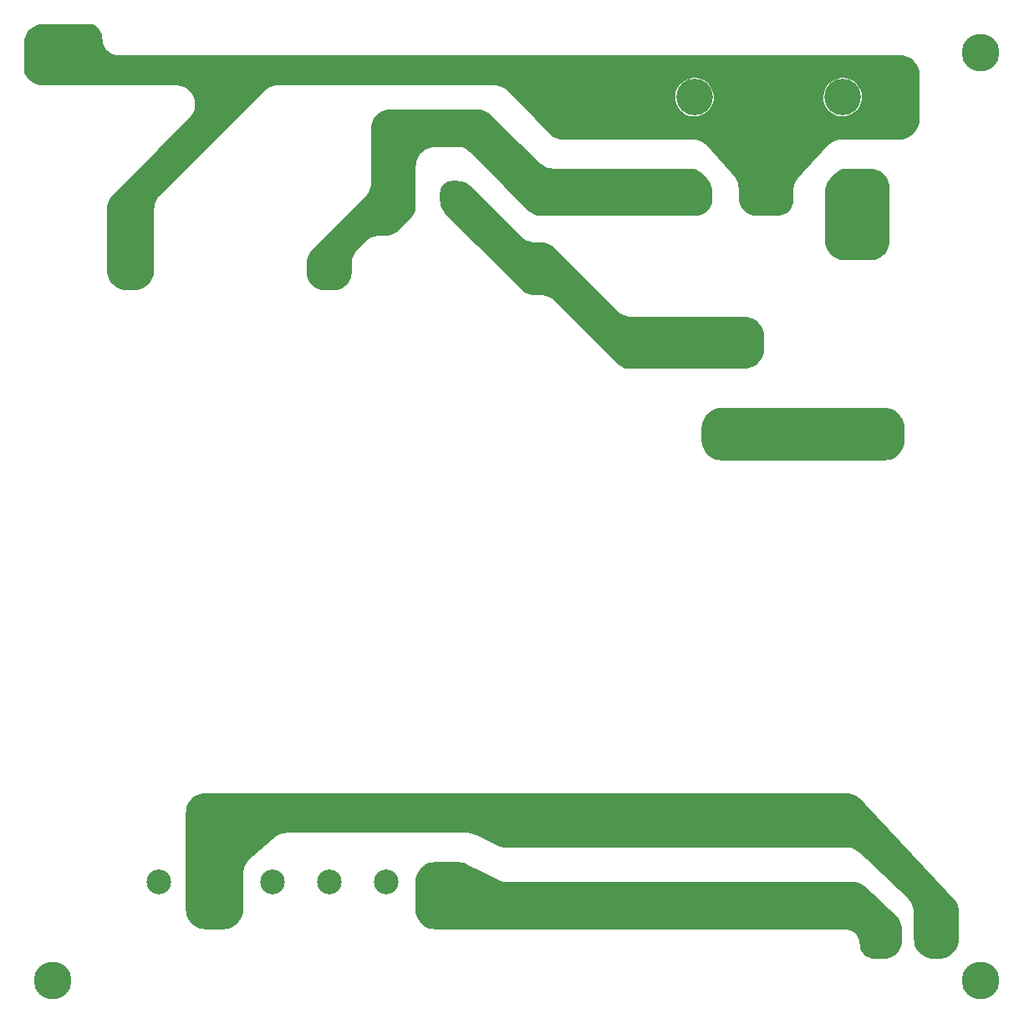
<source format=gbr>
%TF.GenerationSoftware,KiCad,Pcbnew,(5.99.0-2671-gfc0a358ba)*%
%TF.CreationDate,2020-09-06T03:18:24+05:30*%
%TF.ProjectId,Power_Supply,506f7765-725f-4537-9570-706c792e6b69,rev?*%
%TF.SameCoordinates,Original*%
%TF.FileFunction,Copper,L2,Bot*%
%TF.FilePolarity,Positive*%
%FSLAX46Y46*%
G04 Gerber Fmt 4.6, Leading zero omitted, Abs format (unit mm)*
G04 Created by KiCad (PCBNEW (5.99.0-2671-gfc0a358ba)) date 2020-09-06 03:18:24*
%MOMM*%
%LPD*%
G01*
G04 APERTURE LIST*
%TA.AperFunction,ComponentPad*%
%ADD10C,3.800000*%
%TD*%
%TA.AperFunction,ComponentPad*%
%ADD11R,3.000000X3.000000*%
%TD*%
%TA.AperFunction,ComponentPad*%
%ADD12C,3.000000*%
%TD*%
%TA.AperFunction,WasherPad*%
%ADD13C,3.700000*%
%TD*%
%TA.AperFunction,ComponentPad*%
%ADD14C,3.500000*%
%TD*%
%TA.AperFunction,ComponentPad*%
%ADD15O,1.700000X3.900000*%
%TD*%
%TA.AperFunction,ComponentPad*%
%ADD16C,1.800000*%
%TD*%
%TA.AperFunction,ComponentPad*%
%ADD17O,6.000000X1.524000*%
%TD*%
%TA.AperFunction,ComponentPad*%
%ADD18C,2.500000*%
%TD*%
%TA.AperFunction,ViaPad*%
%ADD19C,0.700000*%
%TD*%
%TA.AperFunction,Conductor*%
%ADD20C,0.127000*%
%TD*%
G04 APERTURE END LIST*
D10*
%TO.P,H1,1*%
%TO.N,N/C*%
X109000000Y-109000000D03*
%TD*%
D11*
%TO.P,J2,1,Pin_1*%
%TO.N,Net-(C1-Pad1)*%
X99000000Y-104000000D03*
D12*
%TO.P,J2,2,Pin_2*%
%TO.N,GND*%
X104000000Y-104000000D03*
%TD*%
D13*
%TO.P,J1,*%
%TO.N,*%
X95000000Y-19500000D03*
X80000000Y-19500000D03*
D14*
%TO.P,J1,1,Pin_1*%
%TO.N,Net-(J1-Pad1)*%
X96500000Y-29000000D03*
%TO.P,J1,2,Pin_2*%
%TO.N,Net-(J1-Pad2)*%
X78500000Y-29000000D03*
%TO.P,J1,3,Pin_3*%
%TO.N,Earth*%
X87500000Y-29000000D03*
D15*
X101150000Y-20500000D03*
X73850000Y-20500000D03*
%TD*%
D16*
%TO.P,RV1,1*%
%TO.N,Net-(F1-Pad2)*%
X57000000Y-30750000D03*
%TO.P,RV1,2*%
%TO.N,Net-(J1-Pad2)*%
X49500000Y-29350000D03*
%TD*%
D10*
%TO.P,H3,1*%
%TO.N,N/C*%
X109000000Y-15000000D03*
%TD*%
D17*
%TO.P,SW1,1,1*%
%TO.N,Net-(J1-Pad1)*%
X96500000Y-34000000D03*
%TO.P,SW1,2,2*%
%TO.N,Net-(F1-Pad1)*%
X96500000Y-54000000D03*
%TD*%
D18*
%TO.P,U1,1,L*%
%TO.N,Net-(F1-Pad2)*%
X63000000Y-37000000D03*
%TO.P,U1,2,N*%
%TO.N,Net-(J1-Pad2)*%
X43000000Y-37000000D03*
%TO.P,U1,3,FG*%
%TO.N,Earth*%
X23000000Y-37000000D03*
%TO.P,U1,4,NP*%
%TO.N,N/C*%
X25750000Y-99000000D03*
%TO.P,U1,5,Vo-*%
%TO.N,GND*%
X31500000Y-99000000D03*
%TO.P,U1,6,NP*%
%TO.N,N/C*%
X37250000Y-99000000D03*
%TO.P,U1,7,NP*%
X43000000Y-99000000D03*
%TO.P,U1,8,NP*%
X48750000Y-99000000D03*
%TO.P,U1,9,Vo+*%
%TO.N,Net-(C1-Pad1)*%
X54500000Y-99000000D03*
%TD*%
D10*
%TO.P,H4,1*%
%TO.N,N/C*%
X15000000Y-109000000D03*
%TD*%
%TO.P,H2,1,1*%
%TO.N,Earth*%
X15000000Y-15000000D03*
%TD*%
D19*
%TO.N,Net-(C1-Pad1)*%
X67500000Y-99500000D03*
X69000000Y-101000000D03*
X89000000Y-102500000D03*
X83000000Y-101000000D03*
X92000000Y-99500000D03*
X63000000Y-101000000D03*
X66000000Y-102500000D03*
X58500000Y-99500000D03*
X69000000Y-102500000D03*
X87500000Y-101000000D03*
X70500000Y-101000000D03*
X78500000Y-102500000D03*
X93500000Y-101000000D03*
X98000000Y-100500000D03*
X78500000Y-101000000D03*
X75500000Y-102500000D03*
X80000000Y-101000000D03*
X61500000Y-99500000D03*
X67500000Y-102500000D03*
X60000000Y-102500000D03*
X81500000Y-102500000D03*
X93500000Y-102500000D03*
X57000000Y-99500000D03*
X95000000Y-102500000D03*
X70500000Y-99500000D03*
X86000000Y-99500000D03*
X69000000Y-99500000D03*
X86000000Y-101000000D03*
X64500000Y-99500000D03*
X96500000Y-99500000D03*
X89000000Y-99500000D03*
X92000000Y-101000000D03*
X86000000Y-102500000D03*
X64500000Y-101000000D03*
X57000000Y-102500000D03*
X63000000Y-102500000D03*
X84500000Y-101000000D03*
X90500000Y-102500000D03*
X95000000Y-99500000D03*
X81500000Y-99500000D03*
X67500000Y-101000000D03*
X89000000Y-101000000D03*
X54000000Y-102500000D03*
X96500000Y-101000000D03*
X83000000Y-102500000D03*
X60000000Y-99500000D03*
X75500000Y-101000000D03*
X80000000Y-99500000D03*
X63000000Y-99500000D03*
X54000000Y-101000000D03*
X80000000Y-102500000D03*
X84500000Y-102500000D03*
X78500000Y-99500000D03*
X55500000Y-101000000D03*
X75500000Y-99500000D03*
X61500000Y-102500000D03*
X81500000Y-101000000D03*
X55500000Y-102500000D03*
X58500000Y-101000000D03*
X77000000Y-101000000D03*
X87500000Y-102500000D03*
X66000000Y-101000000D03*
X60000000Y-101000000D03*
X93500000Y-99500000D03*
X92000000Y-102500000D03*
X77000000Y-102500000D03*
X87500000Y-99500000D03*
X64500000Y-102500000D03*
X95000000Y-101000000D03*
X98000000Y-102000000D03*
X90500000Y-101000000D03*
X96500000Y-102500000D03*
X58500000Y-102500000D03*
X61500000Y-101000000D03*
X77000000Y-99500000D03*
X66000000Y-99500000D03*
X57000000Y-101000000D03*
%TO.N,GND*%
X104000000Y-100500000D03*
X77000000Y-95000000D03*
X55500000Y-90500000D03*
X63000000Y-92000000D03*
X52500000Y-90500000D03*
X102500000Y-97500000D03*
X102500000Y-99000000D03*
X66000000Y-93500000D03*
X40500000Y-90500000D03*
X55500000Y-92000000D03*
X31500000Y-95000000D03*
X78500000Y-93500000D03*
X63000000Y-93500000D03*
X54000000Y-92000000D03*
X36000000Y-95000000D03*
X31500000Y-92000000D03*
X40500000Y-93500000D03*
X84500000Y-93500000D03*
X42000000Y-90500000D03*
X80000000Y-93500000D03*
X93500000Y-92000000D03*
X86000000Y-95000000D03*
X52500000Y-93500000D03*
X61500000Y-93500000D03*
X31500000Y-90500000D03*
X40500000Y-92000000D03*
X93500000Y-90500000D03*
X39000000Y-90500000D03*
X81500000Y-90500000D03*
X83000000Y-90500000D03*
X90500000Y-90500000D03*
X54000000Y-93500000D03*
X34500000Y-93500000D03*
X99500000Y-96000000D03*
X45000000Y-90500000D03*
X60000000Y-90500000D03*
X34500000Y-96500000D03*
X51000000Y-90500000D03*
X78500000Y-90500000D03*
X95000000Y-90500000D03*
X83000000Y-93500000D03*
X34500000Y-92000000D03*
X57000000Y-93500000D03*
X60000000Y-93500000D03*
X37500000Y-90500000D03*
X87500000Y-90500000D03*
X80000000Y-90500000D03*
X75500000Y-90500000D03*
X30000000Y-90500000D03*
X58500000Y-92000000D03*
X49500000Y-93500000D03*
X30000000Y-102500000D03*
X31500000Y-96500000D03*
X39000000Y-92000000D03*
X45000000Y-93500000D03*
X30000000Y-92000000D03*
X36000000Y-92000000D03*
X86000000Y-90500000D03*
X104000000Y-99000000D03*
X57000000Y-92000000D03*
X61500000Y-90500000D03*
X96500000Y-92000000D03*
X67500000Y-90500000D03*
X75500000Y-92000000D03*
X92000000Y-92000000D03*
X64500000Y-90500000D03*
X30000000Y-96500000D03*
X54000000Y-90500000D03*
X77000000Y-92000000D03*
X66000000Y-90500000D03*
X99500000Y-94500000D03*
X89000000Y-95000000D03*
X77000000Y-90500000D03*
X33000000Y-101000000D03*
X92000000Y-93500000D03*
X95000000Y-93500000D03*
X98000000Y-96000000D03*
X63000000Y-90500000D03*
X45000000Y-92000000D03*
X99500000Y-97500000D03*
X69000000Y-90500000D03*
X49500000Y-90500000D03*
X58500000Y-90500000D03*
X84500000Y-90500000D03*
X55500000Y-93500000D03*
X83000000Y-92000000D03*
X48000000Y-92000000D03*
X33000000Y-96500000D03*
X60000000Y-92000000D03*
X69000000Y-93500000D03*
X42000000Y-92000000D03*
X86000000Y-92000000D03*
X33000000Y-93500000D03*
X87500000Y-92000000D03*
X74000000Y-90500000D03*
X31500000Y-93500000D03*
X64500000Y-93500000D03*
X58500000Y-93500000D03*
X67500000Y-92000000D03*
X105500000Y-102000000D03*
X70500000Y-92000000D03*
X89000000Y-93500000D03*
X90500000Y-92000000D03*
X30000000Y-99500000D03*
X61500000Y-95000000D03*
X78500000Y-95000000D03*
X46500000Y-90500000D03*
X51000000Y-92000000D03*
X70500000Y-90500000D03*
X96500000Y-95000000D03*
X30000000Y-98000000D03*
X66000000Y-92000000D03*
X75500000Y-95000000D03*
X31500000Y-101000000D03*
X52500000Y-92000000D03*
X102500000Y-100500000D03*
X34500000Y-95000000D03*
X33000000Y-92000000D03*
X87500000Y-93500000D03*
X51000000Y-93500000D03*
X86000000Y-93500000D03*
X95000000Y-95000000D03*
X87500000Y-95000000D03*
X98000000Y-93000000D03*
X36000000Y-90500000D03*
X36000000Y-93500000D03*
X64500000Y-92000000D03*
X33000000Y-99500000D03*
X81500000Y-95000000D03*
X67500000Y-93500000D03*
X81500000Y-93500000D03*
X30000000Y-95000000D03*
X77000000Y-93500000D03*
X93500000Y-95000000D03*
X49500000Y-92000000D03*
X67500000Y-95000000D03*
X105500000Y-100500000D03*
X101000000Y-97500000D03*
X69000000Y-95000000D03*
X72000000Y-90500000D03*
X64500000Y-95000000D03*
X104000000Y-102000000D03*
X48000000Y-93500000D03*
X42000000Y-93500000D03*
X31500000Y-102500000D03*
X34500000Y-90500000D03*
X33000000Y-90500000D03*
X37500000Y-93500000D03*
X98000000Y-94500000D03*
X69000000Y-92000000D03*
X48000000Y-90500000D03*
X89000000Y-90500000D03*
X92000000Y-95000000D03*
X57000000Y-90500000D03*
X81500000Y-92000000D03*
X95000000Y-92000000D03*
X70500000Y-95000000D03*
X70500000Y-93500000D03*
X43500000Y-93500000D03*
X89000000Y-92000000D03*
X30000000Y-93500000D03*
X93500000Y-93500000D03*
X101000000Y-99000000D03*
X80000000Y-92000000D03*
X46500000Y-92000000D03*
X33000000Y-95000000D03*
X46500000Y-93500000D03*
X39000000Y-93500000D03*
X78500000Y-92000000D03*
X63000000Y-95000000D03*
X66000000Y-95000000D03*
X96500000Y-93500000D03*
X37500000Y-92000000D03*
X43500000Y-92000000D03*
X84500000Y-92000000D03*
X30000000Y-101000000D03*
X92000000Y-90500000D03*
X75500000Y-93500000D03*
X43500000Y-90500000D03*
X33000000Y-98000000D03*
X61500000Y-92000000D03*
X80000000Y-95000000D03*
X90500000Y-93500000D03*
X33000000Y-102500000D03*
X101000000Y-96000000D03*
%TD*%
%TO.N,Earth*%
D20*
X19084272Y-12232973D02*
X19293304Y-12361069D01*
X19479719Y-12520281D01*
X19638931Y-12706696D01*
X19767027Y-12915728D01*
X19860842Y-13142219D01*
X19918073Y-13380602D01*
X19957891Y-13886558D01*
X19958660Y-13891409D01*
X20019333Y-14144131D01*
X20020851Y-14148802D01*
X20120311Y-14388921D01*
X20122541Y-14393297D01*
X20258340Y-14614901D01*
X20261227Y-14618874D01*
X20430020Y-14816507D01*
X20433493Y-14819980D01*
X20631126Y-14988773D01*
X20635099Y-14991660D01*
X20856703Y-15127459D01*
X20861079Y-15129689D01*
X21101198Y-15229149D01*
X21105869Y-15230667D01*
X21358591Y-15291340D01*
X21363442Y-15292109D01*
X21621320Y-15312404D01*
X21623773Y-15312500D01*
X100747764Y-15312500D01*
X101025713Y-15332379D01*
X101295814Y-15391136D01*
X101554799Y-15487733D01*
X101797404Y-15620205D01*
X102018690Y-15785858D01*
X102214142Y-15981310D01*
X102379795Y-16202596D01*
X102512267Y-16445201D01*
X102608864Y-16704186D01*
X102667621Y-16974287D01*
X102687500Y-17252236D01*
X102687500Y-21747764D01*
X102667621Y-22025713D01*
X102608864Y-22295814D01*
X102512267Y-22554799D01*
X102379795Y-22797404D01*
X102214142Y-23018690D01*
X102018690Y-23214142D01*
X101797404Y-23379795D01*
X101554799Y-23512267D01*
X101295814Y-23608864D01*
X101025713Y-23667621D01*
X100747764Y-23687500D01*
X94897033Y-23687500D01*
X94894835Y-23687577D01*
X94611088Y-23707571D01*
X94606733Y-23708188D01*
X94327517Y-23768003D01*
X94323292Y-23769225D01*
X94055223Y-23867604D01*
X94051210Y-23869406D01*
X93799585Y-24004403D01*
X93795865Y-24006750D01*
X93565657Y-24175699D01*
X93562303Y-24178545D01*
X93358848Y-24377337D01*
X93357330Y-24378928D01*
X90457714Y-27640997D01*
X90456267Y-27642748D01*
X90277530Y-27875935D01*
X90275035Y-27879732D01*
X90131397Y-28137338D01*
X90129478Y-28141456D01*
X90024661Y-28417147D01*
X90023358Y-28421500D01*
X89959571Y-28709465D01*
X89958913Y-28713961D01*
X89937582Y-29006994D01*
X89937500Y-29009264D01*
X89937500Y-29872548D01*
X89918073Y-30119398D01*
X89860842Y-30357781D01*
X89767027Y-30584272D01*
X89638931Y-30793304D01*
X89479719Y-30979719D01*
X89293304Y-31138931D01*
X89084272Y-31267027D01*
X88857781Y-31360842D01*
X88619398Y-31418073D01*
X88372548Y-31437500D01*
X86252452Y-31437500D01*
X85986048Y-31416534D01*
X85728593Y-31354724D01*
X85483980Y-31253402D01*
X85258223Y-31115058D01*
X85056893Y-30943107D01*
X84884942Y-30741777D01*
X84746598Y-30516020D01*
X84645276Y-30271407D01*
X84583466Y-30013952D01*
X84562500Y-29747548D01*
X84562500Y-28755079D01*
X84562418Y-28752821D01*
X84541301Y-28461255D01*
X84540650Y-28456781D01*
X84477498Y-28170197D01*
X84476209Y-28165864D01*
X84372422Y-27891370D01*
X84370522Y-27887268D01*
X84228265Y-27630593D01*
X84225794Y-27626807D01*
X84048721Y-27394209D01*
X84047288Y-27392462D01*
X81393272Y-24384578D01*
X81391754Y-24382975D01*
X81188089Y-24182636D01*
X81184729Y-24179768D01*
X80953991Y-24009452D01*
X80950260Y-24007086D01*
X80697836Y-23870964D01*
X80693810Y-23869147D01*
X80424730Y-23769931D01*
X80420488Y-23768699D01*
X80140118Y-23708367D01*
X80135744Y-23707745D01*
X79850774Y-23687578D01*
X79848567Y-23687500D01*
X66718997Y-23687500D01*
X66460373Y-23670300D01*
X66208329Y-23619412D01*
X65965256Y-23535599D01*
X65735415Y-23420332D01*
X65522869Y-23275647D01*
X65329796Y-23102695D01*
X61885268Y-19578061D01*
X77956939Y-19578061D01*
X77957113Y-19582477D01*
X77988321Y-19865152D01*
X77989115Y-19869500D01*
X78059840Y-20144957D01*
X78061239Y-20149149D01*
X78170071Y-20411893D01*
X78172047Y-20415847D01*
X78316813Y-20660635D01*
X78319326Y-20664271D01*
X78497141Y-20886219D01*
X78500141Y-20889465D01*
X78707454Y-21084144D01*
X78710881Y-21086935D01*
X78943557Y-21250462D01*
X78947344Y-21252742D01*
X79200739Y-21381853D01*
X79204808Y-21383577D01*
X79473868Y-21475696D01*
X79478140Y-21476829D01*
X79757494Y-21530118D01*
X79761883Y-21530638D01*
X80045960Y-21544035D01*
X80050379Y-21543931D01*
X80333509Y-21517167D01*
X80337869Y-21516441D01*
X80614402Y-21450051D01*
X80618616Y-21448719D01*
X80883037Y-21344027D01*
X80887022Y-21342113D01*
X81134054Y-21201209D01*
X81137729Y-21198753D01*
X81362443Y-21024447D01*
X81365735Y-21021499D01*
X81563647Y-20817270D01*
X81566491Y-20813886D01*
X81733652Y-20583808D01*
X81735991Y-20580058D01*
X81869066Y-20328722D01*
X81870853Y-20324679D01*
X81967188Y-20057101D01*
X81968387Y-20052847D01*
X82026158Y-19773882D01*
X82026793Y-19768516D01*
X82032778Y-19578061D01*
X92956939Y-19578061D01*
X92957113Y-19582477D01*
X92988321Y-19865152D01*
X92989115Y-19869500D01*
X93059840Y-20144957D01*
X93061239Y-20149149D01*
X93170071Y-20411893D01*
X93172047Y-20415847D01*
X93316813Y-20660635D01*
X93319326Y-20664271D01*
X93497141Y-20886219D01*
X93500141Y-20889465D01*
X93707454Y-21084144D01*
X93710881Y-21086935D01*
X93943557Y-21250462D01*
X93947344Y-21252742D01*
X94200739Y-21381853D01*
X94204808Y-21383577D01*
X94473868Y-21475696D01*
X94478140Y-21476829D01*
X94757494Y-21530118D01*
X94761883Y-21530638D01*
X95045960Y-21544035D01*
X95050379Y-21543931D01*
X95333509Y-21517167D01*
X95337869Y-21516441D01*
X95614402Y-21450051D01*
X95618616Y-21448719D01*
X95883037Y-21344027D01*
X95887022Y-21342113D01*
X96134054Y-21201209D01*
X96137729Y-21198753D01*
X96362443Y-21024447D01*
X96365735Y-21021499D01*
X96563647Y-20817270D01*
X96566491Y-20813886D01*
X96733652Y-20583808D01*
X96735991Y-20580058D01*
X96869066Y-20328722D01*
X96870853Y-20324679D01*
X96967188Y-20057101D01*
X96968387Y-20052847D01*
X97026158Y-19773882D01*
X97026793Y-19768516D01*
X97039654Y-19359277D01*
X97039357Y-19353882D01*
X96999217Y-19071840D01*
X96998287Y-19067519D01*
X96918944Y-18794420D01*
X96917414Y-18790273D01*
X96800382Y-18531077D01*
X96798284Y-18527188D01*
X96645899Y-18287067D01*
X96643274Y-18283512D01*
X96458575Y-18067259D01*
X96455475Y-18064109D01*
X96242149Y-17876038D01*
X96238636Y-17873356D01*
X96000939Y-17717218D01*
X95997083Y-17715058D01*
X95739757Y-17593970D01*
X95735635Y-17592376D01*
X95463814Y-17508753D01*
X95459509Y-17507755D01*
X95178619Y-17463266D01*
X95174215Y-17462884D01*
X94889858Y-17458418D01*
X94885445Y-17458661D01*
X94603295Y-17494305D01*
X94598960Y-17495167D01*
X94324648Y-17570210D01*
X94320478Y-17571675D01*
X94059476Y-17684620D01*
X94055554Y-17686657D01*
X93813070Y-17835252D01*
X93809474Y-17837821D01*
X93590346Y-18019101D01*
X93587148Y-18022151D01*
X93395749Y-18232496D01*
X93393013Y-18235967D01*
X93233160Y-18471183D01*
X93230940Y-18475004D01*
X93105825Y-18730396D01*
X93104166Y-18734493D01*
X93016284Y-19004965D01*
X93015219Y-19009254D01*
X92966323Y-19289412D01*
X92965872Y-19293809D01*
X92956939Y-19578061D01*
X82032778Y-19578061D01*
X82039654Y-19359277D01*
X82039357Y-19353882D01*
X81999217Y-19071840D01*
X81998287Y-19067519D01*
X81918944Y-18794420D01*
X81917414Y-18790273D01*
X81800382Y-18531077D01*
X81798284Y-18527188D01*
X81645899Y-18287067D01*
X81643274Y-18283512D01*
X81458575Y-18067259D01*
X81455475Y-18064109D01*
X81242149Y-17876038D01*
X81238636Y-17873356D01*
X81000939Y-17717218D01*
X80997083Y-17715058D01*
X80739757Y-17593970D01*
X80735635Y-17592376D01*
X80463814Y-17508753D01*
X80459509Y-17507755D01*
X80178619Y-17463266D01*
X80174215Y-17462884D01*
X79889858Y-17458418D01*
X79885445Y-17458661D01*
X79603295Y-17494305D01*
X79598960Y-17495167D01*
X79324648Y-17570210D01*
X79320478Y-17571675D01*
X79059476Y-17684620D01*
X79055554Y-17686657D01*
X78813070Y-17835252D01*
X78809474Y-17837821D01*
X78590346Y-18019101D01*
X78587148Y-18022151D01*
X78395749Y-18232496D01*
X78393013Y-18235967D01*
X78233160Y-18471183D01*
X78230940Y-18475004D01*
X78105825Y-18730396D01*
X78104166Y-18734493D01*
X78016284Y-19004965D01*
X78015219Y-19009254D01*
X77966323Y-19289412D01*
X77965872Y-19293809D01*
X77956939Y-19578061D01*
X61885268Y-19578061D01*
X61132423Y-18807709D01*
X61130924Y-18806273D01*
X60930895Y-18627090D01*
X60927625Y-18624531D01*
X60704771Y-18472828D01*
X60701191Y-18470725D01*
X60460210Y-18349871D01*
X60456384Y-18348260D01*
X60201522Y-18260383D01*
X60197515Y-18259293D01*
X59933259Y-18205939D01*
X59929144Y-18205390D01*
X59661187Y-18187569D01*
X59659113Y-18187500D01*
X37827404Y-18187500D01*
X37825360Y-18187567D01*
X37561246Y-18204878D01*
X37557189Y-18205412D01*
X37296589Y-18257248D01*
X37292636Y-18258307D01*
X37041033Y-18343716D01*
X37037252Y-18345282D01*
X36798949Y-18462799D01*
X36795405Y-18464845D01*
X36574480Y-18612463D01*
X36571233Y-18614954D01*
X36372236Y-18789470D01*
X36370743Y-18790869D01*
X25790869Y-29370743D01*
X25789470Y-29372236D01*
X25614954Y-29571233D01*
X25612463Y-29574480D01*
X25464845Y-29795405D01*
X25462799Y-29798949D01*
X25345282Y-30037252D01*
X25343716Y-30041033D01*
X25258307Y-30292636D01*
X25257248Y-30296589D01*
X25205412Y-30557189D01*
X25204878Y-30561246D01*
X25187567Y-30825360D01*
X25187500Y-30827404D01*
X25187500Y-36997764D01*
X25167621Y-37275713D01*
X25108864Y-37545814D01*
X25012267Y-37804799D01*
X24879795Y-38047404D01*
X24714142Y-38268690D01*
X24518690Y-38464142D01*
X24297404Y-38629795D01*
X24054799Y-38762267D01*
X23795814Y-38858864D01*
X23525713Y-38917621D01*
X23247764Y-38937500D01*
X22502236Y-38937500D01*
X22224287Y-38917621D01*
X21954186Y-38858864D01*
X21695201Y-38762267D01*
X21452596Y-38629795D01*
X21231310Y-38464142D01*
X21035858Y-38268690D01*
X20870205Y-38047404D01*
X20737733Y-37804799D01*
X20641136Y-37545814D01*
X20582379Y-37275713D01*
X20562500Y-36997764D01*
X20562500Y-30830471D01*
X20579208Y-30575551D01*
X20628648Y-30327000D01*
X20710106Y-30087033D01*
X20822193Y-29859742D01*
X20962984Y-29649033D01*
X21131429Y-29456959D01*
X28880746Y-21707642D01*
X28882223Y-21706059D01*
X29066177Y-21494663D01*
X29068789Y-21491205D01*
X29222365Y-21255515D01*
X29224474Y-21251729D01*
X29344014Y-20997081D01*
X29345579Y-20993040D01*
X29428793Y-20724319D01*
X29429785Y-20720101D01*
X29475074Y-20442461D01*
X29475474Y-20438147D01*
X29481972Y-20156911D01*
X29481772Y-20152582D01*
X29449353Y-19873146D01*
X29448557Y-19868887D01*
X29377843Y-19596609D01*
X29376466Y-19592501D01*
X29268812Y-19332604D01*
X29266881Y-19328725D01*
X29124355Y-19086193D01*
X29121906Y-19082619D01*
X28947239Y-18862104D01*
X28944319Y-18858902D01*
X28740861Y-18664633D01*
X28737527Y-18661865D01*
X28509181Y-18497568D01*
X28505497Y-18495287D01*
X28256642Y-18364113D01*
X28252678Y-18362362D01*
X27988087Y-18266828D01*
X27983919Y-18265642D01*
X27708667Y-18207578D01*
X27704375Y-18206979D01*
X27424820Y-18187575D01*
X27422656Y-18187500D01*
X14002236Y-18187500D01*
X13724287Y-18167621D01*
X13454186Y-18108864D01*
X13195201Y-18012267D01*
X12952596Y-17879795D01*
X12731310Y-17714142D01*
X12535858Y-17518690D01*
X12370205Y-17297404D01*
X12237731Y-17054797D01*
X12189500Y-16925483D01*
X12189500Y-14039156D01*
X12193576Y-14020463D01*
X12194216Y-14016007D01*
X12213353Y-13745726D01*
X12267007Y-13496516D01*
X12355236Y-13257361D01*
X12476282Y-13033020D01*
X12627734Y-12827973D01*
X12806563Y-12646312D01*
X13009207Y-12491659D01*
X13231614Y-12367106D01*
X13469357Y-12275130D01*
X13717697Y-12217567D01*
X13977769Y-12195043D01*
X14005998Y-12194821D01*
X14014830Y-12193481D01*
X14028015Y-12189500D01*
X18979318Y-12189500D01*
X19084272Y-12232973D01*
%TA.AperFunction,Conductor*%
G36*
X19084272Y-12232973D02*
G01*
X19293304Y-12361069D01*
X19479719Y-12520281D01*
X19638931Y-12706696D01*
X19767027Y-12915728D01*
X19860842Y-13142219D01*
X19918073Y-13380602D01*
X19957891Y-13886558D01*
X19958660Y-13891409D01*
X20019333Y-14144131D01*
X20020851Y-14148802D01*
X20120311Y-14388921D01*
X20122541Y-14393297D01*
X20258340Y-14614901D01*
X20261227Y-14618874D01*
X20430020Y-14816507D01*
X20433493Y-14819980D01*
X20631126Y-14988773D01*
X20635099Y-14991660D01*
X20856703Y-15127459D01*
X20861079Y-15129689D01*
X21101198Y-15229149D01*
X21105869Y-15230667D01*
X21358591Y-15291340D01*
X21363442Y-15292109D01*
X21621320Y-15312404D01*
X21623773Y-15312500D01*
X100747764Y-15312500D01*
X101025713Y-15332379D01*
X101295814Y-15391136D01*
X101554799Y-15487733D01*
X101797404Y-15620205D01*
X102018690Y-15785858D01*
X102214142Y-15981310D01*
X102379795Y-16202596D01*
X102512267Y-16445201D01*
X102608864Y-16704186D01*
X102667621Y-16974287D01*
X102687500Y-17252236D01*
X102687500Y-21747764D01*
X102667621Y-22025713D01*
X102608864Y-22295814D01*
X102512267Y-22554799D01*
X102379795Y-22797404D01*
X102214142Y-23018690D01*
X102018690Y-23214142D01*
X101797404Y-23379795D01*
X101554799Y-23512267D01*
X101295814Y-23608864D01*
X101025713Y-23667621D01*
X100747764Y-23687500D01*
X94897033Y-23687500D01*
X94894835Y-23687577D01*
X94611088Y-23707571D01*
X94606733Y-23708188D01*
X94327517Y-23768003D01*
X94323292Y-23769225D01*
X94055223Y-23867604D01*
X94051210Y-23869406D01*
X93799585Y-24004403D01*
X93795865Y-24006750D01*
X93565657Y-24175699D01*
X93562303Y-24178545D01*
X93358848Y-24377337D01*
X93357330Y-24378928D01*
X90457714Y-27640997D01*
X90456267Y-27642748D01*
X90277530Y-27875935D01*
X90275035Y-27879732D01*
X90131397Y-28137338D01*
X90129478Y-28141456D01*
X90024661Y-28417147D01*
X90023358Y-28421500D01*
X89959571Y-28709465D01*
X89958913Y-28713961D01*
X89937582Y-29006994D01*
X89937500Y-29009264D01*
X89937500Y-29872548D01*
X89918073Y-30119398D01*
X89860842Y-30357781D01*
X89767027Y-30584272D01*
X89638931Y-30793304D01*
X89479719Y-30979719D01*
X89293304Y-31138931D01*
X89084272Y-31267027D01*
X88857781Y-31360842D01*
X88619398Y-31418073D01*
X88372548Y-31437500D01*
X86252452Y-31437500D01*
X85986048Y-31416534D01*
X85728593Y-31354724D01*
X85483980Y-31253402D01*
X85258223Y-31115058D01*
X85056893Y-30943107D01*
X84884942Y-30741777D01*
X84746598Y-30516020D01*
X84645276Y-30271407D01*
X84583466Y-30013952D01*
X84562500Y-29747548D01*
X84562500Y-28755079D01*
X84562418Y-28752821D01*
X84541301Y-28461255D01*
X84540650Y-28456781D01*
X84477498Y-28170197D01*
X84476209Y-28165864D01*
X84372422Y-27891370D01*
X84370522Y-27887268D01*
X84228265Y-27630593D01*
X84225794Y-27626807D01*
X84048721Y-27394209D01*
X84047288Y-27392462D01*
X81393272Y-24384578D01*
X81391754Y-24382975D01*
X81188089Y-24182636D01*
X81184729Y-24179768D01*
X80953991Y-24009452D01*
X80950260Y-24007086D01*
X80697836Y-23870964D01*
X80693810Y-23869147D01*
X80424730Y-23769931D01*
X80420488Y-23768699D01*
X80140118Y-23708367D01*
X80135744Y-23707745D01*
X79850774Y-23687578D01*
X79848567Y-23687500D01*
X66718997Y-23687500D01*
X66460373Y-23670300D01*
X66208329Y-23619412D01*
X65965256Y-23535599D01*
X65735415Y-23420332D01*
X65522869Y-23275647D01*
X65329796Y-23102695D01*
X61885268Y-19578061D01*
X77956939Y-19578061D01*
X77957113Y-19582477D01*
X77988321Y-19865152D01*
X77989115Y-19869500D01*
X78059840Y-20144957D01*
X78061239Y-20149149D01*
X78170071Y-20411893D01*
X78172047Y-20415847D01*
X78316813Y-20660635D01*
X78319326Y-20664271D01*
X78497141Y-20886219D01*
X78500141Y-20889465D01*
X78707454Y-21084144D01*
X78710881Y-21086935D01*
X78943557Y-21250462D01*
X78947344Y-21252742D01*
X79200739Y-21381853D01*
X79204808Y-21383577D01*
X79473868Y-21475696D01*
X79478140Y-21476829D01*
X79757494Y-21530118D01*
X79761883Y-21530638D01*
X80045960Y-21544035D01*
X80050379Y-21543931D01*
X80333509Y-21517167D01*
X80337869Y-21516441D01*
X80614402Y-21450051D01*
X80618616Y-21448719D01*
X80883037Y-21344027D01*
X80887022Y-21342113D01*
X81134054Y-21201209D01*
X81137729Y-21198753D01*
X81362443Y-21024447D01*
X81365735Y-21021499D01*
X81563647Y-20817270D01*
X81566491Y-20813886D01*
X81733652Y-20583808D01*
X81735991Y-20580058D01*
X81869066Y-20328722D01*
X81870853Y-20324679D01*
X81967188Y-20057101D01*
X81968387Y-20052847D01*
X82026158Y-19773882D01*
X82026793Y-19768516D01*
X82032778Y-19578061D01*
X92956939Y-19578061D01*
X92957113Y-19582477D01*
X92988321Y-19865152D01*
X92989115Y-19869500D01*
X93059840Y-20144957D01*
X93061239Y-20149149D01*
X93170071Y-20411893D01*
X93172047Y-20415847D01*
X93316813Y-20660635D01*
X93319326Y-20664271D01*
X93497141Y-20886219D01*
X93500141Y-20889465D01*
X93707454Y-21084144D01*
X93710881Y-21086935D01*
X93943557Y-21250462D01*
X93947344Y-21252742D01*
X94200739Y-21381853D01*
X94204808Y-21383577D01*
X94473868Y-21475696D01*
X94478140Y-21476829D01*
X94757494Y-21530118D01*
X94761883Y-21530638D01*
X95045960Y-21544035D01*
X95050379Y-21543931D01*
X95333509Y-21517167D01*
X95337869Y-21516441D01*
X95614402Y-21450051D01*
X95618616Y-21448719D01*
X95883037Y-21344027D01*
X95887022Y-21342113D01*
X96134054Y-21201209D01*
X96137729Y-21198753D01*
X96362443Y-21024447D01*
X96365735Y-21021499D01*
X96563647Y-20817270D01*
X96566491Y-20813886D01*
X96733652Y-20583808D01*
X96735991Y-20580058D01*
X96869066Y-20328722D01*
X96870853Y-20324679D01*
X96967188Y-20057101D01*
X96968387Y-20052847D01*
X97026158Y-19773882D01*
X97026793Y-19768516D01*
X97039654Y-19359277D01*
X97039357Y-19353882D01*
X96999217Y-19071840D01*
X96998287Y-19067519D01*
X96918944Y-18794420D01*
X96917414Y-18790273D01*
X96800382Y-18531077D01*
X96798284Y-18527188D01*
X96645899Y-18287067D01*
X96643274Y-18283512D01*
X96458575Y-18067259D01*
X96455475Y-18064109D01*
X96242149Y-17876038D01*
X96238636Y-17873356D01*
X96000939Y-17717218D01*
X95997083Y-17715058D01*
X95739757Y-17593970D01*
X95735635Y-17592376D01*
X95463814Y-17508753D01*
X95459509Y-17507755D01*
X95178619Y-17463266D01*
X95174215Y-17462884D01*
X94889858Y-17458418D01*
X94885445Y-17458661D01*
X94603295Y-17494305D01*
X94598960Y-17495167D01*
X94324648Y-17570210D01*
X94320478Y-17571675D01*
X94059476Y-17684620D01*
X94055554Y-17686657D01*
X93813070Y-17835252D01*
X93809474Y-17837821D01*
X93590346Y-18019101D01*
X93587148Y-18022151D01*
X93395749Y-18232496D01*
X93393013Y-18235967D01*
X93233160Y-18471183D01*
X93230940Y-18475004D01*
X93105825Y-18730396D01*
X93104166Y-18734493D01*
X93016284Y-19004965D01*
X93015219Y-19009254D01*
X92966323Y-19289412D01*
X92965872Y-19293809D01*
X92956939Y-19578061D01*
X82032778Y-19578061D01*
X82039654Y-19359277D01*
X82039357Y-19353882D01*
X81999217Y-19071840D01*
X81998287Y-19067519D01*
X81918944Y-18794420D01*
X81917414Y-18790273D01*
X81800382Y-18531077D01*
X81798284Y-18527188D01*
X81645899Y-18287067D01*
X81643274Y-18283512D01*
X81458575Y-18067259D01*
X81455475Y-18064109D01*
X81242149Y-17876038D01*
X81238636Y-17873356D01*
X81000939Y-17717218D01*
X80997083Y-17715058D01*
X80739757Y-17593970D01*
X80735635Y-17592376D01*
X80463814Y-17508753D01*
X80459509Y-17507755D01*
X80178619Y-17463266D01*
X80174215Y-17462884D01*
X79889858Y-17458418D01*
X79885445Y-17458661D01*
X79603295Y-17494305D01*
X79598960Y-17495167D01*
X79324648Y-17570210D01*
X79320478Y-17571675D01*
X79059476Y-17684620D01*
X79055554Y-17686657D01*
X78813070Y-17835252D01*
X78809474Y-17837821D01*
X78590346Y-18019101D01*
X78587148Y-18022151D01*
X78395749Y-18232496D01*
X78393013Y-18235967D01*
X78233160Y-18471183D01*
X78230940Y-18475004D01*
X78105825Y-18730396D01*
X78104166Y-18734493D01*
X78016284Y-19004965D01*
X78015219Y-19009254D01*
X77966323Y-19289412D01*
X77965872Y-19293809D01*
X77956939Y-19578061D01*
X61885268Y-19578061D01*
X61132423Y-18807709D01*
X61130924Y-18806273D01*
X60930895Y-18627090D01*
X60927625Y-18624531D01*
X60704771Y-18472828D01*
X60701191Y-18470725D01*
X60460210Y-18349871D01*
X60456384Y-18348260D01*
X60201522Y-18260383D01*
X60197515Y-18259293D01*
X59933259Y-18205939D01*
X59929144Y-18205390D01*
X59661187Y-18187569D01*
X59659113Y-18187500D01*
X37827404Y-18187500D01*
X37825360Y-18187567D01*
X37561246Y-18204878D01*
X37557189Y-18205412D01*
X37296589Y-18257248D01*
X37292636Y-18258307D01*
X37041033Y-18343716D01*
X37037252Y-18345282D01*
X36798949Y-18462799D01*
X36795405Y-18464845D01*
X36574480Y-18612463D01*
X36571233Y-18614954D01*
X36372236Y-18789470D01*
X36370743Y-18790869D01*
X25790869Y-29370743D01*
X25789470Y-29372236D01*
X25614954Y-29571233D01*
X25612463Y-29574480D01*
X25464845Y-29795405D01*
X25462799Y-29798949D01*
X25345282Y-30037252D01*
X25343716Y-30041033D01*
X25258307Y-30292636D01*
X25257248Y-30296589D01*
X25205412Y-30557189D01*
X25204878Y-30561246D01*
X25187567Y-30825360D01*
X25187500Y-30827404D01*
X25187500Y-36997764D01*
X25167621Y-37275713D01*
X25108864Y-37545814D01*
X25012267Y-37804799D01*
X24879795Y-38047404D01*
X24714142Y-38268690D01*
X24518690Y-38464142D01*
X24297404Y-38629795D01*
X24054799Y-38762267D01*
X23795814Y-38858864D01*
X23525713Y-38917621D01*
X23247764Y-38937500D01*
X22502236Y-38937500D01*
X22224287Y-38917621D01*
X21954186Y-38858864D01*
X21695201Y-38762267D01*
X21452596Y-38629795D01*
X21231310Y-38464142D01*
X21035858Y-38268690D01*
X20870205Y-38047404D01*
X20737733Y-37804799D01*
X20641136Y-37545814D01*
X20582379Y-37275713D01*
X20562500Y-36997764D01*
X20562500Y-30830471D01*
X20579208Y-30575551D01*
X20628648Y-30327000D01*
X20710106Y-30087033D01*
X20822193Y-29859742D01*
X20962984Y-29649033D01*
X21131429Y-29456959D01*
X28880746Y-21707642D01*
X28882223Y-21706059D01*
X29066177Y-21494663D01*
X29068789Y-21491205D01*
X29222365Y-21255515D01*
X29224474Y-21251729D01*
X29344014Y-20997081D01*
X29345579Y-20993040D01*
X29428793Y-20724319D01*
X29429785Y-20720101D01*
X29475074Y-20442461D01*
X29475474Y-20438147D01*
X29481972Y-20156911D01*
X29481772Y-20152582D01*
X29449353Y-19873146D01*
X29448557Y-19868887D01*
X29377843Y-19596609D01*
X29376466Y-19592501D01*
X29268812Y-19332604D01*
X29266881Y-19328725D01*
X29124355Y-19086193D01*
X29121906Y-19082619D01*
X28947239Y-18862104D01*
X28944319Y-18858902D01*
X28740861Y-18664633D01*
X28737527Y-18661865D01*
X28509181Y-18497568D01*
X28505497Y-18495287D01*
X28256642Y-18364113D01*
X28252678Y-18362362D01*
X27988087Y-18266828D01*
X27983919Y-18265642D01*
X27708667Y-18207578D01*
X27704375Y-18206979D01*
X27424820Y-18187575D01*
X27422656Y-18187500D01*
X14002236Y-18187500D01*
X13724287Y-18167621D01*
X13454186Y-18108864D01*
X13195201Y-18012267D01*
X12952596Y-17879795D01*
X12731310Y-17714142D01*
X12535858Y-17518690D01*
X12370205Y-17297404D01*
X12237731Y-17054797D01*
X12189500Y-16925483D01*
X12189500Y-14039156D01*
X12193576Y-14020463D01*
X12194216Y-14016007D01*
X12213353Y-13745726D01*
X12267007Y-13496516D01*
X12355236Y-13257361D01*
X12476282Y-13033020D01*
X12627734Y-12827973D01*
X12806563Y-12646312D01*
X13009207Y-12491659D01*
X13231614Y-12367106D01*
X13469357Y-12275130D01*
X13717697Y-12217567D01*
X13977769Y-12195043D01*
X14005998Y-12194821D01*
X14014830Y-12193481D01*
X14028015Y-12189500D01*
X18979318Y-12189500D01*
X19084272Y-12232973D01*
G37*
%TD.AperFunction*%
%TD*%
%TO.N,Net-(J1-Pad1)*%
X98025713Y-26832379D02*
X98295814Y-26891136D01*
X98554799Y-26987733D01*
X98797404Y-27120205D01*
X99018690Y-27285858D01*
X99214142Y-27481310D01*
X99379795Y-27702596D01*
X99512267Y-27945201D01*
X99608864Y-28204186D01*
X99667621Y-28474287D01*
X99687500Y-28752236D01*
X99687500Y-33997764D01*
X99667621Y-34275713D01*
X99608864Y-34545814D01*
X99512267Y-34804799D01*
X99379795Y-35047404D01*
X99214142Y-35268690D01*
X99018690Y-35464142D01*
X98797404Y-35629795D01*
X98554799Y-35762267D01*
X98295814Y-35858864D01*
X98025713Y-35917621D01*
X97747764Y-35937500D01*
X95252236Y-35937500D01*
X94974287Y-35917621D01*
X94704186Y-35858864D01*
X94445201Y-35762267D01*
X94202596Y-35629795D01*
X93981310Y-35464142D01*
X93785858Y-35268690D01*
X93620205Y-35047404D01*
X93487733Y-34804799D01*
X93391136Y-34545814D01*
X93332379Y-34275713D01*
X93312500Y-33997764D01*
X93312500Y-29080471D01*
X93329208Y-28825551D01*
X93378648Y-28577000D01*
X93460106Y-28337033D01*
X93572193Y-28109742D01*
X93712984Y-27899033D01*
X93881429Y-27706959D01*
X94206959Y-27381429D01*
X94399033Y-27212984D01*
X94609742Y-27072193D01*
X94837033Y-26960106D01*
X95077000Y-26878648D01*
X95325551Y-26829208D01*
X95580471Y-26812500D01*
X97747764Y-26812500D01*
X98025713Y-26832379D01*
%TA.AperFunction,Conductor*%
G36*
X98025713Y-26832379D02*
G01*
X98295814Y-26891136D01*
X98554799Y-26987733D01*
X98797404Y-27120205D01*
X99018690Y-27285858D01*
X99214142Y-27481310D01*
X99379795Y-27702596D01*
X99512267Y-27945201D01*
X99608864Y-28204186D01*
X99667621Y-28474287D01*
X99687500Y-28752236D01*
X99687500Y-33997764D01*
X99667621Y-34275713D01*
X99608864Y-34545814D01*
X99512267Y-34804799D01*
X99379795Y-35047404D01*
X99214142Y-35268690D01*
X99018690Y-35464142D01*
X98797404Y-35629795D01*
X98554799Y-35762267D01*
X98295814Y-35858864D01*
X98025713Y-35917621D01*
X97747764Y-35937500D01*
X95252236Y-35937500D01*
X94974287Y-35917621D01*
X94704186Y-35858864D01*
X94445201Y-35762267D01*
X94202596Y-35629795D01*
X93981310Y-35464142D01*
X93785858Y-35268690D01*
X93620205Y-35047404D01*
X93487733Y-34804799D01*
X93391136Y-34545814D01*
X93332379Y-34275713D01*
X93312500Y-33997764D01*
X93312500Y-29080471D01*
X93329208Y-28825551D01*
X93378648Y-28577000D01*
X93460106Y-28337033D01*
X93572193Y-28109742D01*
X93712984Y-27899033D01*
X93881429Y-27706959D01*
X94206959Y-27381429D01*
X94399033Y-27212984D01*
X94609742Y-27072193D01*
X94837033Y-26960106D01*
X95077000Y-26878648D01*
X95325551Y-26829208D01*
X95580471Y-26812500D01*
X97747764Y-26812500D01*
X98025713Y-26832379D01*
G37*
%TD.AperFunction*%
%TD*%
%TO.N,Net-(J1-Pad2)*%
X58232739Y-20835918D02*
X58524683Y-20905054D01*
X58802453Y-21018436D01*
X59059382Y-21173343D01*
X59291186Y-21367632D01*
X64251713Y-26226924D01*
X64253508Y-26228551D01*
X64492539Y-26428898D01*
X64496484Y-26431714D01*
X64764621Y-26593379D01*
X64768953Y-26595552D01*
X65058835Y-26713879D01*
X65063451Y-26715358D01*
X65368126Y-26787507D01*
X65372914Y-26788256D01*
X65683868Y-26812406D01*
X65686289Y-26812500D01*
X79419529Y-26812500D01*
X79674449Y-26829208D01*
X79923000Y-26878648D01*
X80162967Y-26960106D01*
X80390258Y-27072193D01*
X80600967Y-27212984D01*
X80793041Y-27381429D01*
X81118571Y-27706959D01*
X81287016Y-27899033D01*
X81427807Y-28109742D01*
X81539894Y-28337033D01*
X81621352Y-28577000D01*
X81670792Y-28825551D01*
X81687500Y-29080471D01*
X81687500Y-29872548D01*
X81668073Y-30119398D01*
X81610842Y-30357781D01*
X81517027Y-30584272D01*
X81388931Y-30793304D01*
X81229719Y-30979719D01*
X81043304Y-31138931D01*
X80834272Y-31267027D01*
X80607781Y-31360842D01*
X80369398Y-31418073D01*
X80122548Y-31437500D01*
X64580471Y-31437500D01*
X64325551Y-31420792D01*
X64077000Y-31371352D01*
X63837033Y-31289894D01*
X63609742Y-31177807D01*
X63399033Y-31037016D01*
X63206959Y-30868571D01*
X57379257Y-25040869D01*
X57377764Y-25039470D01*
X57178767Y-24864954D01*
X57175520Y-24862463D01*
X56954595Y-24714845D01*
X56951051Y-24712799D01*
X56712748Y-24595282D01*
X56708967Y-24593716D01*
X56457364Y-24508307D01*
X56453411Y-24507248D01*
X56192811Y-24455412D01*
X56188754Y-24454878D01*
X55924640Y-24437567D01*
X55922596Y-24437500D01*
X53748884Y-24437500D01*
X53746654Y-24437580D01*
X53458685Y-24458175D01*
X53454266Y-24458811D01*
X53171068Y-24520417D01*
X53166785Y-24521675D01*
X52895237Y-24622957D01*
X52891176Y-24624811D01*
X52636806Y-24763708D01*
X52633050Y-24766122D01*
X52401037Y-24939805D01*
X52397663Y-24942728D01*
X52192728Y-25147663D01*
X52189805Y-25151037D01*
X52016122Y-25383050D01*
X52013708Y-25386806D01*
X51874811Y-25641176D01*
X51872957Y-25645237D01*
X51771675Y-25916785D01*
X51770417Y-25921068D01*
X51708811Y-26204266D01*
X51708175Y-26208685D01*
X51687580Y-26496654D01*
X51687500Y-26498884D01*
X51687500Y-30419529D01*
X51670792Y-30674449D01*
X51621352Y-30923000D01*
X51539894Y-31162967D01*
X51427807Y-31390258D01*
X51287016Y-31600967D01*
X51118571Y-31793041D01*
X50043041Y-32868571D01*
X49850967Y-33037016D01*
X49640258Y-33177807D01*
X49412967Y-33289894D01*
X49173000Y-33371352D01*
X48924449Y-33420792D01*
X48669529Y-33437500D01*
X48077404Y-33437500D01*
X48075360Y-33437567D01*
X47811246Y-33454878D01*
X47807189Y-33455412D01*
X47546589Y-33507248D01*
X47542636Y-33508307D01*
X47291033Y-33593716D01*
X47287252Y-33595282D01*
X47048949Y-33712799D01*
X47045405Y-33714845D01*
X46824480Y-33862463D01*
X46821233Y-33864954D01*
X46622236Y-34039470D01*
X46620743Y-34040869D01*
X45790869Y-34870743D01*
X45789470Y-34872236D01*
X45614954Y-35071233D01*
X45612463Y-35074480D01*
X45464845Y-35295405D01*
X45462799Y-35298949D01*
X45345282Y-35537252D01*
X45343716Y-35541033D01*
X45258307Y-35792636D01*
X45257248Y-35796589D01*
X45205412Y-36057189D01*
X45204878Y-36061246D01*
X45187567Y-36325360D01*
X45187500Y-36327404D01*
X45187500Y-37247548D01*
X45166534Y-37513952D01*
X45104724Y-37771407D01*
X45003402Y-38016020D01*
X44865058Y-38241777D01*
X44693107Y-38443107D01*
X44491777Y-38615058D01*
X44266020Y-38753402D01*
X44021407Y-38854724D01*
X43763952Y-38916534D01*
X43497548Y-38937500D01*
X42502452Y-38937500D01*
X42236048Y-38916534D01*
X41978593Y-38854724D01*
X41733980Y-38753402D01*
X41508223Y-38615058D01*
X41306893Y-38443107D01*
X41134942Y-38241777D01*
X40996598Y-38016020D01*
X40895276Y-37771407D01*
X40833466Y-37513952D01*
X40812500Y-37247548D01*
X40812500Y-36330471D01*
X40829208Y-36075551D01*
X40878648Y-35827000D01*
X40960106Y-35587033D01*
X41072193Y-35359742D01*
X41212984Y-35149033D01*
X41381429Y-34956959D01*
X46709131Y-29629257D01*
X46710530Y-29627764D01*
X46885046Y-29428767D01*
X46887537Y-29425520D01*
X47035155Y-29204595D01*
X47037201Y-29201051D01*
X47154718Y-28962748D01*
X47156284Y-28958967D01*
X47241693Y-28707364D01*
X47242752Y-28703411D01*
X47294588Y-28442811D01*
X47295122Y-28438754D01*
X47312433Y-28174640D01*
X47312500Y-28172596D01*
X47312500Y-22752236D01*
X47332379Y-22474287D01*
X47391136Y-22204186D01*
X47487733Y-21945201D01*
X47620205Y-21702596D01*
X47785858Y-21481310D01*
X47981310Y-21285858D01*
X48202596Y-21120205D01*
X48445201Y-20987733D01*
X48704186Y-20891136D01*
X48974287Y-20832379D01*
X49252236Y-20812500D01*
X57931207Y-20812500D01*
X58232739Y-20835918D01*
%TA.AperFunction,Conductor*%
G36*
X58232739Y-20835918D02*
G01*
X58524683Y-20905054D01*
X58802453Y-21018436D01*
X59059382Y-21173343D01*
X59291186Y-21367632D01*
X64251713Y-26226924D01*
X64253508Y-26228551D01*
X64492539Y-26428898D01*
X64496484Y-26431714D01*
X64764621Y-26593379D01*
X64768953Y-26595552D01*
X65058835Y-26713879D01*
X65063451Y-26715358D01*
X65368126Y-26787507D01*
X65372914Y-26788256D01*
X65683868Y-26812406D01*
X65686289Y-26812500D01*
X79419529Y-26812500D01*
X79674449Y-26829208D01*
X79923000Y-26878648D01*
X80162967Y-26960106D01*
X80390258Y-27072193D01*
X80600967Y-27212984D01*
X80793041Y-27381429D01*
X81118571Y-27706959D01*
X81287016Y-27899033D01*
X81427807Y-28109742D01*
X81539894Y-28337033D01*
X81621352Y-28577000D01*
X81670792Y-28825551D01*
X81687500Y-29080471D01*
X81687500Y-29872548D01*
X81668073Y-30119398D01*
X81610842Y-30357781D01*
X81517027Y-30584272D01*
X81388931Y-30793304D01*
X81229719Y-30979719D01*
X81043304Y-31138931D01*
X80834272Y-31267027D01*
X80607781Y-31360842D01*
X80369398Y-31418073D01*
X80122548Y-31437500D01*
X64580471Y-31437500D01*
X64325551Y-31420792D01*
X64077000Y-31371352D01*
X63837033Y-31289894D01*
X63609742Y-31177807D01*
X63399033Y-31037016D01*
X63206959Y-30868571D01*
X57379257Y-25040869D01*
X57377764Y-25039470D01*
X57178767Y-24864954D01*
X57175520Y-24862463D01*
X56954595Y-24714845D01*
X56951051Y-24712799D01*
X56712748Y-24595282D01*
X56708967Y-24593716D01*
X56457364Y-24508307D01*
X56453411Y-24507248D01*
X56192811Y-24455412D01*
X56188754Y-24454878D01*
X55924640Y-24437567D01*
X55922596Y-24437500D01*
X53748884Y-24437500D01*
X53746654Y-24437580D01*
X53458685Y-24458175D01*
X53454266Y-24458811D01*
X53171068Y-24520417D01*
X53166785Y-24521675D01*
X52895237Y-24622957D01*
X52891176Y-24624811D01*
X52636806Y-24763708D01*
X52633050Y-24766122D01*
X52401037Y-24939805D01*
X52397663Y-24942728D01*
X52192728Y-25147663D01*
X52189805Y-25151037D01*
X52016122Y-25383050D01*
X52013708Y-25386806D01*
X51874811Y-25641176D01*
X51872957Y-25645237D01*
X51771675Y-25916785D01*
X51770417Y-25921068D01*
X51708811Y-26204266D01*
X51708175Y-26208685D01*
X51687580Y-26496654D01*
X51687500Y-26498884D01*
X51687500Y-30419529D01*
X51670792Y-30674449D01*
X51621352Y-30923000D01*
X51539894Y-31162967D01*
X51427807Y-31390258D01*
X51287016Y-31600967D01*
X51118571Y-31793041D01*
X50043041Y-32868571D01*
X49850967Y-33037016D01*
X49640258Y-33177807D01*
X49412967Y-33289894D01*
X49173000Y-33371352D01*
X48924449Y-33420792D01*
X48669529Y-33437500D01*
X48077404Y-33437500D01*
X48075360Y-33437567D01*
X47811246Y-33454878D01*
X47807189Y-33455412D01*
X47546589Y-33507248D01*
X47542636Y-33508307D01*
X47291033Y-33593716D01*
X47287252Y-33595282D01*
X47048949Y-33712799D01*
X47045405Y-33714845D01*
X46824480Y-33862463D01*
X46821233Y-33864954D01*
X46622236Y-34039470D01*
X46620743Y-34040869D01*
X45790869Y-34870743D01*
X45789470Y-34872236D01*
X45614954Y-35071233D01*
X45612463Y-35074480D01*
X45464845Y-35295405D01*
X45462799Y-35298949D01*
X45345282Y-35537252D01*
X45343716Y-35541033D01*
X45258307Y-35792636D01*
X45257248Y-35796589D01*
X45205412Y-36057189D01*
X45204878Y-36061246D01*
X45187567Y-36325360D01*
X45187500Y-36327404D01*
X45187500Y-37247548D01*
X45166534Y-37513952D01*
X45104724Y-37771407D01*
X45003402Y-38016020D01*
X44865058Y-38241777D01*
X44693107Y-38443107D01*
X44491777Y-38615058D01*
X44266020Y-38753402D01*
X44021407Y-38854724D01*
X43763952Y-38916534D01*
X43497548Y-38937500D01*
X42502452Y-38937500D01*
X42236048Y-38916534D01*
X41978593Y-38854724D01*
X41733980Y-38753402D01*
X41508223Y-38615058D01*
X41306893Y-38443107D01*
X41134942Y-38241777D01*
X40996598Y-38016020D01*
X40895276Y-37771407D01*
X40833466Y-37513952D01*
X40812500Y-37247548D01*
X40812500Y-36330471D01*
X40829208Y-36075551D01*
X40878648Y-35827000D01*
X40960106Y-35587033D01*
X41072193Y-35359742D01*
X41212984Y-35149033D01*
X41381429Y-34956959D01*
X46709131Y-29629257D01*
X46710530Y-29627764D01*
X46885046Y-29428767D01*
X46887537Y-29425520D01*
X47035155Y-29204595D01*
X47037201Y-29201051D01*
X47154718Y-28962748D01*
X47156284Y-28958967D01*
X47241693Y-28707364D01*
X47242752Y-28703411D01*
X47294588Y-28442811D01*
X47295122Y-28438754D01*
X47312433Y-28174640D01*
X47312500Y-28172596D01*
X47312500Y-22752236D01*
X47332379Y-22474287D01*
X47391136Y-22204186D01*
X47487733Y-21945201D01*
X47620205Y-21702596D01*
X47785858Y-21481310D01*
X47981310Y-21285858D01*
X48202596Y-21120205D01*
X48445201Y-20987733D01*
X48704186Y-20891136D01*
X48974287Y-20832379D01*
X49252236Y-20812500D01*
X57931207Y-20812500D01*
X58232739Y-20835918D01*
G37*
%TD.AperFunction*%
%TD*%
%TO.N,Net-(C1-Pad1)*%
X56326080Y-97085777D02*
X56617192Y-97154500D01*
X56896501Y-97268129D01*
X60050838Y-98845296D01*
X60053038Y-98846292D01*
X60342422Y-98964019D01*
X60347025Y-98965489D01*
X60652259Y-99037545D01*
X60657033Y-99038289D01*
X60968515Y-99062407D01*
X60970928Y-99062500D01*
X95954484Y-99062500D01*
X96248314Y-99084729D01*
X96533141Y-99150379D01*
X96804848Y-99258132D01*
X97057263Y-99405542D01*
X97286464Y-99590734D01*
X100326338Y-102451792D01*
X100506746Y-102646336D01*
X100657898Y-102861788D01*
X100778448Y-103095724D01*
X100866183Y-103343850D01*
X100919479Y-103601573D01*
X100937500Y-103866275D01*
X100937500Y-104872764D01*
X100918893Y-105132923D01*
X100863926Y-105385601D01*
X100773565Y-105627870D01*
X100649638Y-105854824D01*
X100494673Y-106061833D01*
X100311833Y-106244673D01*
X100104824Y-106399638D01*
X99877870Y-106523565D01*
X99635601Y-106613926D01*
X99382923Y-106668893D01*
X99122764Y-106687500D01*
X98252452Y-106687500D01*
X98025156Y-106669612D01*
X97805847Y-106616960D01*
X97597477Y-106530651D01*
X97405169Y-106412803D01*
X97233670Y-106266330D01*
X97087197Y-106094831D01*
X96969349Y-105902523D01*
X96883040Y-105694153D01*
X96830388Y-105474844D01*
X96793648Y-105007996D01*
X96792879Y-105003145D01*
X96736785Y-104769497D01*
X96735267Y-104764826D01*
X96643313Y-104542828D01*
X96641083Y-104538452D01*
X96515532Y-104333572D01*
X96512645Y-104329599D01*
X96356591Y-104146882D01*
X96353118Y-104143409D01*
X96170401Y-103987355D01*
X96166428Y-103984468D01*
X95961548Y-103858917D01*
X95957172Y-103856687D01*
X95735174Y-103764733D01*
X95730503Y-103763215D01*
X95496855Y-103707121D01*
X95492004Y-103706352D01*
X95253680Y-103687596D01*
X95251227Y-103687500D01*
X53752236Y-103687500D01*
X53474287Y-103667621D01*
X53204186Y-103608864D01*
X52945201Y-103512267D01*
X52702596Y-103379795D01*
X52481310Y-103214142D01*
X52285858Y-103018690D01*
X52120205Y-102797404D01*
X51987733Y-102554799D01*
X51891136Y-102295814D01*
X51832379Y-102025713D01*
X51812500Y-101747764D01*
X51812500Y-99002236D01*
X51832379Y-98724287D01*
X51891136Y-98454186D01*
X51987733Y-98195201D01*
X52120205Y-97952596D01*
X52285858Y-97731310D01*
X52481310Y-97535858D01*
X52702596Y-97370205D01*
X52945201Y-97237733D01*
X53204186Y-97141136D01*
X53474287Y-97082379D01*
X53752236Y-97062500D01*
X56025454Y-97062500D01*
X56326080Y-97085777D01*
%TA.AperFunction,Conductor*%
G36*
X56326080Y-97085777D02*
G01*
X56617192Y-97154500D01*
X56896501Y-97268129D01*
X60050838Y-98845296D01*
X60053038Y-98846292D01*
X60342422Y-98964019D01*
X60347025Y-98965489D01*
X60652259Y-99037545D01*
X60657033Y-99038289D01*
X60968515Y-99062407D01*
X60970928Y-99062500D01*
X95954484Y-99062500D01*
X96248314Y-99084729D01*
X96533141Y-99150379D01*
X96804848Y-99258132D01*
X97057263Y-99405542D01*
X97286464Y-99590734D01*
X100326338Y-102451792D01*
X100506746Y-102646336D01*
X100657898Y-102861788D01*
X100778448Y-103095724D01*
X100866183Y-103343850D01*
X100919479Y-103601573D01*
X100937500Y-103866275D01*
X100937500Y-104872764D01*
X100918893Y-105132923D01*
X100863926Y-105385601D01*
X100773565Y-105627870D01*
X100649638Y-105854824D01*
X100494673Y-106061833D01*
X100311833Y-106244673D01*
X100104824Y-106399638D01*
X99877870Y-106523565D01*
X99635601Y-106613926D01*
X99382923Y-106668893D01*
X99122764Y-106687500D01*
X98252452Y-106687500D01*
X98025156Y-106669612D01*
X97805847Y-106616960D01*
X97597477Y-106530651D01*
X97405169Y-106412803D01*
X97233670Y-106266330D01*
X97087197Y-106094831D01*
X96969349Y-105902523D01*
X96883040Y-105694153D01*
X96830388Y-105474844D01*
X96793648Y-105007996D01*
X96792879Y-105003145D01*
X96736785Y-104769497D01*
X96735267Y-104764826D01*
X96643313Y-104542828D01*
X96641083Y-104538452D01*
X96515532Y-104333572D01*
X96512645Y-104329599D01*
X96356591Y-104146882D01*
X96353118Y-104143409D01*
X96170401Y-103987355D01*
X96166428Y-103984468D01*
X95961548Y-103858917D01*
X95957172Y-103856687D01*
X95735174Y-103764733D01*
X95730503Y-103763215D01*
X95496855Y-103707121D01*
X95492004Y-103706352D01*
X95253680Y-103687596D01*
X95251227Y-103687500D01*
X53752236Y-103687500D01*
X53474287Y-103667621D01*
X53204186Y-103608864D01*
X52945201Y-103512267D01*
X52702596Y-103379795D01*
X52481310Y-103214142D01*
X52285858Y-103018690D01*
X52120205Y-102797404D01*
X51987733Y-102554799D01*
X51891136Y-102295814D01*
X51832379Y-102025713D01*
X51812500Y-101747764D01*
X51812500Y-99002236D01*
X51832379Y-98724287D01*
X51891136Y-98454186D01*
X51987733Y-98195201D01*
X52120205Y-97952596D01*
X52285858Y-97731310D01*
X52481310Y-97535858D01*
X52702596Y-97370205D01*
X52945201Y-97237733D01*
X53204186Y-97141136D01*
X53474287Y-97082379D01*
X53752236Y-97062500D01*
X56025454Y-97062500D01*
X56326080Y-97085777D01*
G37*
%TD.AperFunction*%
%TD*%
%TO.N,Net-(F1-Pad1)*%
X99525713Y-51082379D02*
X99795814Y-51141136D01*
X100054799Y-51237733D01*
X100297404Y-51370205D01*
X100518690Y-51535858D01*
X100714142Y-51731310D01*
X100879795Y-51952596D01*
X101012267Y-52195201D01*
X101108864Y-52454186D01*
X101167621Y-52724287D01*
X101187500Y-53002236D01*
X101187500Y-54247764D01*
X101167621Y-54525713D01*
X101108864Y-54795814D01*
X101012267Y-55054799D01*
X100879795Y-55297404D01*
X100714142Y-55518690D01*
X100518690Y-55714142D01*
X100297404Y-55879795D01*
X100054799Y-56012267D01*
X99795814Y-56108864D01*
X99525713Y-56167621D01*
X99247764Y-56187500D01*
X82752236Y-56187500D01*
X82474287Y-56167621D01*
X82204186Y-56108864D01*
X81945201Y-56012267D01*
X81702596Y-55879795D01*
X81481310Y-55714142D01*
X81285858Y-55518690D01*
X81120205Y-55297404D01*
X80987733Y-55054799D01*
X80891136Y-54795814D01*
X80832379Y-54525713D01*
X80812500Y-54247764D01*
X80812500Y-53002236D01*
X80832379Y-52724287D01*
X80891136Y-52454186D01*
X80987733Y-52195201D01*
X81120205Y-51952596D01*
X81285858Y-51731310D01*
X81481310Y-51535858D01*
X81702596Y-51370205D01*
X81945201Y-51237733D01*
X82204186Y-51141136D01*
X82474287Y-51082379D01*
X82752236Y-51062500D01*
X99247764Y-51062500D01*
X99525713Y-51082379D01*
%TA.AperFunction,Conductor*%
G36*
X99525713Y-51082379D02*
G01*
X99795814Y-51141136D01*
X100054799Y-51237733D01*
X100297404Y-51370205D01*
X100518690Y-51535858D01*
X100714142Y-51731310D01*
X100879795Y-51952596D01*
X101012267Y-52195201D01*
X101108864Y-52454186D01*
X101167621Y-52724287D01*
X101187500Y-53002236D01*
X101187500Y-54247764D01*
X101167621Y-54525713D01*
X101108864Y-54795814D01*
X101012267Y-55054799D01*
X100879795Y-55297404D01*
X100714142Y-55518690D01*
X100518690Y-55714142D01*
X100297404Y-55879795D01*
X100054799Y-56012267D01*
X99795814Y-56108864D01*
X99525713Y-56167621D01*
X99247764Y-56187500D01*
X82752236Y-56187500D01*
X82474287Y-56167621D01*
X82204186Y-56108864D01*
X81945201Y-56012267D01*
X81702596Y-55879795D01*
X81481310Y-55714142D01*
X81285858Y-55518690D01*
X81120205Y-55297404D01*
X80987733Y-55054799D01*
X80891136Y-54795814D01*
X80832379Y-54525713D01*
X80812500Y-54247764D01*
X80812500Y-53002236D01*
X80832379Y-52724287D01*
X80891136Y-52454186D01*
X80987733Y-52195201D01*
X81120205Y-51952596D01*
X81285858Y-51731310D01*
X81481310Y-51535858D01*
X81702596Y-51370205D01*
X81945201Y-51237733D01*
X82204186Y-51141136D01*
X82474287Y-51082379D01*
X82752236Y-51062500D01*
X99247764Y-51062500D01*
X99525713Y-51082379D01*
G37*
%TD.AperFunction*%
%TD*%
%TO.N,GND*%
X95596860Y-90080600D02*
X95855129Y-90134130D01*
X96103735Y-90222246D01*
X96338068Y-90343314D01*
X96553786Y-90495087D01*
X96748450Y-90676207D01*
X106161671Y-100714003D01*
X106346049Y-100942956D01*
X106492785Y-101194945D01*
X106600037Y-101466105D01*
X106665377Y-101750293D01*
X106687500Y-102043425D01*
X106687500Y-104747764D01*
X106667621Y-105025713D01*
X106608864Y-105295814D01*
X106512267Y-105554799D01*
X106379795Y-105797404D01*
X106214142Y-106018690D01*
X106018690Y-106214142D01*
X105797404Y-106379795D01*
X105554799Y-106512267D01*
X105295814Y-106608864D01*
X105025713Y-106667621D01*
X104747764Y-106687500D01*
X104252236Y-106687500D01*
X103974287Y-106667621D01*
X103704186Y-106608864D01*
X103445201Y-106512267D01*
X103202596Y-106379795D01*
X102981310Y-106214142D01*
X102785858Y-106018690D01*
X102620205Y-105797404D01*
X102487733Y-105554799D01*
X102391136Y-105295814D01*
X102332379Y-105025713D01*
X102312500Y-104747764D01*
X102312500Y-102102412D01*
X102312429Y-102100312D01*
X102294170Y-101829085D01*
X102293606Y-101824920D01*
X102238944Y-101557560D01*
X102237828Y-101553508D01*
X102147824Y-101295886D01*
X102146174Y-101292021D01*
X102022449Y-101048789D01*
X102020296Y-101045180D01*
X101865085Y-100820727D01*
X101862468Y-100817438D01*
X101679281Y-100616591D01*
X101677814Y-100615088D01*
X96872581Y-96010074D01*
X96870795Y-96008488D01*
X96632080Y-95812385D01*
X96628167Y-95809642D01*
X96361354Y-95651555D01*
X96357069Y-95649440D01*
X96069299Y-95533813D01*
X96064743Y-95532375D01*
X95762725Y-95461902D01*
X95758002Y-95461175D01*
X95449969Y-95437591D01*
X95447582Y-95437500D01*
X60974546Y-95437500D01*
X60673920Y-95414223D01*
X60382808Y-95345500D01*
X60103499Y-95231871D01*
X57949162Y-94154704D01*
X57946962Y-94153708D01*
X57657578Y-94035981D01*
X57652975Y-94034511D01*
X57347741Y-93962455D01*
X57342967Y-93961711D01*
X57031485Y-93937593D01*
X57029072Y-93937500D01*
X38744951Y-93937500D01*
X38742721Y-93937580D01*
X38454714Y-93958181D01*
X38450294Y-93958816D01*
X38167062Y-94020438D01*
X38162778Y-94021696D01*
X37891200Y-94123004D01*
X37887139Y-94124859D01*
X37632745Y-94263790D01*
X37628989Y-94266204D01*
X37397854Y-94439260D01*
X37396116Y-94440661D01*
X34898363Y-96605380D01*
X34896730Y-96606901D01*
X34692624Y-96811041D01*
X34689701Y-96814415D01*
X34516052Y-97046415D01*
X34513639Y-97050171D01*
X34374772Y-97304521D01*
X34372918Y-97308582D01*
X34271657Y-97580104D01*
X34270399Y-97584387D01*
X34208807Y-97867556D01*
X34208171Y-97871974D01*
X34187580Y-98159913D01*
X34187500Y-98162142D01*
X34187500Y-101747764D01*
X34167621Y-102025713D01*
X34108864Y-102295814D01*
X34012267Y-102554799D01*
X33879795Y-102797404D01*
X33714142Y-103018690D01*
X33518690Y-103214142D01*
X33297404Y-103379795D01*
X33054799Y-103512267D01*
X32795814Y-103608864D01*
X32525713Y-103667621D01*
X32247764Y-103687500D01*
X30502236Y-103687500D01*
X30224287Y-103667621D01*
X29954186Y-103608864D01*
X29695201Y-103512267D01*
X29452596Y-103379795D01*
X29231310Y-103214142D01*
X29035858Y-103018690D01*
X28870205Y-102797404D01*
X28737733Y-102554799D01*
X28641136Y-102295814D01*
X28582379Y-102025713D01*
X28562500Y-101747764D01*
X28562500Y-92002236D01*
X28582379Y-91724287D01*
X28641136Y-91454186D01*
X28737733Y-91195201D01*
X28870205Y-90952596D01*
X29035858Y-90731310D01*
X29231310Y-90535858D01*
X29452596Y-90370205D01*
X29695201Y-90237733D01*
X29954186Y-90141136D01*
X30224287Y-90082379D01*
X30502236Y-90062500D01*
X95331583Y-90062500D01*
X95596860Y-90080600D01*
%TA.AperFunction,Conductor*%
G36*
X95596860Y-90080600D02*
G01*
X95855129Y-90134130D01*
X96103735Y-90222246D01*
X96338068Y-90343314D01*
X96553786Y-90495087D01*
X96748450Y-90676207D01*
X106161671Y-100714003D01*
X106346049Y-100942956D01*
X106492785Y-101194945D01*
X106600037Y-101466105D01*
X106665377Y-101750293D01*
X106687500Y-102043425D01*
X106687500Y-104747764D01*
X106667621Y-105025713D01*
X106608864Y-105295814D01*
X106512267Y-105554799D01*
X106379795Y-105797404D01*
X106214142Y-106018690D01*
X106018690Y-106214142D01*
X105797404Y-106379795D01*
X105554799Y-106512267D01*
X105295814Y-106608864D01*
X105025713Y-106667621D01*
X104747764Y-106687500D01*
X104252236Y-106687500D01*
X103974287Y-106667621D01*
X103704186Y-106608864D01*
X103445201Y-106512267D01*
X103202596Y-106379795D01*
X102981310Y-106214142D01*
X102785858Y-106018690D01*
X102620205Y-105797404D01*
X102487733Y-105554799D01*
X102391136Y-105295814D01*
X102332379Y-105025713D01*
X102312500Y-104747764D01*
X102312500Y-102102412D01*
X102312429Y-102100312D01*
X102294170Y-101829085D01*
X102293606Y-101824920D01*
X102238944Y-101557560D01*
X102237828Y-101553508D01*
X102147824Y-101295886D01*
X102146174Y-101292021D01*
X102022449Y-101048789D01*
X102020296Y-101045180D01*
X101865085Y-100820727D01*
X101862468Y-100817438D01*
X101679281Y-100616591D01*
X101677814Y-100615088D01*
X96872581Y-96010074D01*
X96870795Y-96008488D01*
X96632080Y-95812385D01*
X96628167Y-95809642D01*
X96361354Y-95651555D01*
X96357069Y-95649440D01*
X96069299Y-95533813D01*
X96064743Y-95532375D01*
X95762725Y-95461902D01*
X95758002Y-95461175D01*
X95449969Y-95437591D01*
X95447582Y-95437500D01*
X60974546Y-95437500D01*
X60673920Y-95414223D01*
X60382808Y-95345500D01*
X60103499Y-95231871D01*
X57949162Y-94154704D01*
X57946962Y-94153708D01*
X57657578Y-94035981D01*
X57652975Y-94034511D01*
X57347741Y-93962455D01*
X57342967Y-93961711D01*
X57031485Y-93937593D01*
X57029072Y-93937500D01*
X38744951Y-93937500D01*
X38742721Y-93937580D01*
X38454714Y-93958181D01*
X38450294Y-93958816D01*
X38167062Y-94020438D01*
X38162778Y-94021696D01*
X37891200Y-94123004D01*
X37887139Y-94124859D01*
X37632745Y-94263790D01*
X37628989Y-94266204D01*
X37397854Y-94439260D01*
X37396116Y-94440661D01*
X34898363Y-96605380D01*
X34896730Y-96606901D01*
X34692624Y-96811041D01*
X34689701Y-96814415D01*
X34516052Y-97046415D01*
X34513639Y-97050171D01*
X34374772Y-97304521D01*
X34372918Y-97308582D01*
X34271657Y-97580104D01*
X34270399Y-97584387D01*
X34208807Y-97867556D01*
X34208171Y-97871974D01*
X34187580Y-98159913D01*
X34187500Y-98162142D01*
X34187500Y-101747764D01*
X34167621Y-102025713D01*
X34108864Y-102295814D01*
X34012267Y-102554799D01*
X33879795Y-102797404D01*
X33714142Y-103018690D01*
X33518690Y-103214142D01*
X33297404Y-103379795D01*
X33054799Y-103512267D01*
X32795814Y-103608864D01*
X32525713Y-103667621D01*
X32247764Y-103687500D01*
X30502236Y-103687500D01*
X30224287Y-103667621D01*
X29954186Y-103608864D01*
X29695201Y-103512267D01*
X29452596Y-103379795D01*
X29231310Y-103214142D01*
X29035858Y-103018690D01*
X28870205Y-102797404D01*
X28737733Y-102554799D01*
X28641136Y-102295814D01*
X28582379Y-102025713D01*
X28562500Y-101747764D01*
X28562500Y-92002236D01*
X28582379Y-91724287D01*
X28641136Y-91454186D01*
X28737733Y-91195201D01*
X28870205Y-90952596D01*
X29035858Y-90731310D01*
X29231310Y-90535858D01*
X29452596Y-90370205D01*
X29695201Y-90237733D01*
X29954186Y-90141136D01*
X30224287Y-90082379D01*
X30502236Y-90062500D01*
X95331583Y-90062500D01*
X95596860Y-90080600D01*
G37*
%TD.AperFunction*%
%TD*%
%TO.N,Net-(F1-Pad2)*%
X56174449Y-28079208D02*
X56423000Y-28128648D01*
X56662967Y-28210106D01*
X56890258Y-28322193D01*
X57100967Y-28462984D01*
X57293041Y-28631429D01*
X62370743Y-33709131D01*
X62372236Y-33710530D01*
X62571233Y-33885046D01*
X62574480Y-33887537D01*
X62795405Y-34035155D01*
X62798949Y-34037201D01*
X63037252Y-34154718D01*
X63041033Y-34156284D01*
X63292636Y-34241693D01*
X63296589Y-34242752D01*
X63557189Y-34294588D01*
X63561246Y-34295122D01*
X63825360Y-34312433D01*
X63827404Y-34312500D01*
X64419529Y-34312500D01*
X64674449Y-34329208D01*
X64923000Y-34378648D01*
X65162967Y-34460106D01*
X65390258Y-34572193D01*
X65600967Y-34712984D01*
X65793041Y-34881429D01*
X72120743Y-41209131D01*
X72122236Y-41210530D01*
X72321233Y-41385046D01*
X72324480Y-41387537D01*
X72545405Y-41535155D01*
X72548949Y-41537201D01*
X72787252Y-41654718D01*
X72791033Y-41656284D01*
X73042636Y-41741693D01*
X73046589Y-41742752D01*
X73307189Y-41794588D01*
X73311246Y-41795122D01*
X73575360Y-41812433D01*
X73577404Y-41812500D01*
X84997764Y-41812500D01*
X85275713Y-41832379D01*
X85545814Y-41891136D01*
X85804799Y-41987733D01*
X86047404Y-42120205D01*
X86268690Y-42285858D01*
X86464142Y-42481310D01*
X86629795Y-42702596D01*
X86762267Y-42945201D01*
X86858864Y-43204186D01*
X86917621Y-43474287D01*
X86937500Y-43752236D01*
X86937500Y-44997764D01*
X86917621Y-45275713D01*
X86858864Y-45545814D01*
X86762267Y-45804799D01*
X86629795Y-46047404D01*
X86464142Y-46268690D01*
X86268690Y-46464142D01*
X86047404Y-46629795D01*
X85804799Y-46762267D01*
X85545814Y-46858864D01*
X85275713Y-46917621D01*
X84997764Y-46937500D01*
X73580471Y-46937500D01*
X73325551Y-46920792D01*
X73077000Y-46871352D01*
X72837033Y-46789894D01*
X72609742Y-46677807D01*
X72399033Y-46537016D01*
X72206959Y-46368571D01*
X65879257Y-40040869D01*
X65877764Y-40039470D01*
X65678767Y-39864954D01*
X65675520Y-39862463D01*
X65454595Y-39714845D01*
X65451051Y-39712799D01*
X65212748Y-39595282D01*
X65208967Y-39593716D01*
X64957364Y-39508307D01*
X64953411Y-39507248D01*
X64692811Y-39455412D01*
X64688754Y-39454878D01*
X64424640Y-39437567D01*
X64422596Y-39437500D01*
X63830471Y-39437500D01*
X63575551Y-39420792D01*
X63327000Y-39371352D01*
X63087033Y-39289894D01*
X62859742Y-39177807D01*
X62649033Y-39037016D01*
X62456959Y-38868571D01*
X54881429Y-31293041D01*
X54712984Y-31100967D01*
X54572193Y-30890258D01*
X54460106Y-30662967D01*
X54378648Y-30423000D01*
X54329208Y-30174449D01*
X54312500Y-29919529D01*
X54312500Y-29252727D01*
X54330776Y-29043833D01*
X54384338Y-28843935D01*
X54471802Y-28656368D01*
X54590504Y-28486843D01*
X54736843Y-28340504D01*
X54906368Y-28221802D01*
X55093935Y-28134338D01*
X55293833Y-28080776D01*
X55502727Y-28062500D01*
X55919529Y-28062500D01*
X56174449Y-28079208D01*
%TA.AperFunction,Conductor*%
G36*
X56174449Y-28079208D02*
G01*
X56423000Y-28128648D01*
X56662967Y-28210106D01*
X56890258Y-28322193D01*
X57100967Y-28462984D01*
X57293041Y-28631429D01*
X62370743Y-33709131D01*
X62372236Y-33710530D01*
X62571233Y-33885046D01*
X62574480Y-33887537D01*
X62795405Y-34035155D01*
X62798949Y-34037201D01*
X63037252Y-34154718D01*
X63041033Y-34156284D01*
X63292636Y-34241693D01*
X63296589Y-34242752D01*
X63557189Y-34294588D01*
X63561246Y-34295122D01*
X63825360Y-34312433D01*
X63827404Y-34312500D01*
X64419529Y-34312500D01*
X64674449Y-34329208D01*
X64923000Y-34378648D01*
X65162967Y-34460106D01*
X65390258Y-34572193D01*
X65600967Y-34712984D01*
X65793041Y-34881429D01*
X72120743Y-41209131D01*
X72122236Y-41210530D01*
X72321233Y-41385046D01*
X72324480Y-41387537D01*
X72545405Y-41535155D01*
X72548949Y-41537201D01*
X72787252Y-41654718D01*
X72791033Y-41656284D01*
X73042636Y-41741693D01*
X73046589Y-41742752D01*
X73307189Y-41794588D01*
X73311246Y-41795122D01*
X73575360Y-41812433D01*
X73577404Y-41812500D01*
X84997764Y-41812500D01*
X85275713Y-41832379D01*
X85545814Y-41891136D01*
X85804799Y-41987733D01*
X86047404Y-42120205D01*
X86268690Y-42285858D01*
X86464142Y-42481310D01*
X86629795Y-42702596D01*
X86762267Y-42945201D01*
X86858864Y-43204186D01*
X86917621Y-43474287D01*
X86937500Y-43752236D01*
X86937500Y-44997764D01*
X86917621Y-45275713D01*
X86858864Y-45545814D01*
X86762267Y-45804799D01*
X86629795Y-46047404D01*
X86464142Y-46268690D01*
X86268690Y-46464142D01*
X86047404Y-46629795D01*
X85804799Y-46762267D01*
X85545814Y-46858864D01*
X85275713Y-46917621D01*
X84997764Y-46937500D01*
X73580471Y-46937500D01*
X73325551Y-46920792D01*
X73077000Y-46871352D01*
X72837033Y-46789894D01*
X72609742Y-46677807D01*
X72399033Y-46537016D01*
X72206959Y-46368571D01*
X65879257Y-40040869D01*
X65877764Y-40039470D01*
X65678767Y-39864954D01*
X65675520Y-39862463D01*
X65454595Y-39714845D01*
X65451051Y-39712799D01*
X65212748Y-39595282D01*
X65208967Y-39593716D01*
X64957364Y-39508307D01*
X64953411Y-39507248D01*
X64692811Y-39455412D01*
X64688754Y-39454878D01*
X64424640Y-39437567D01*
X64422596Y-39437500D01*
X63830471Y-39437500D01*
X63575551Y-39420792D01*
X63327000Y-39371352D01*
X63087033Y-39289894D01*
X62859742Y-39177807D01*
X62649033Y-39037016D01*
X62456959Y-38868571D01*
X54881429Y-31293041D01*
X54712984Y-31100967D01*
X54572193Y-30890258D01*
X54460106Y-30662967D01*
X54378648Y-30423000D01*
X54329208Y-30174449D01*
X54312500Y-29919529D01*
X54312500Y-29252727D01*
X54330776Y-29043833D01*
X54384338Y-28843935D01*
X54471802Y-28656368D01*
X54590504Y-28486843D01*
X54736843Y-28340504D01*
X54906368Y-28221802D01*
X55093935Y-28134338D01*
X55293833Y-28080776D01*
X55502727Y-28062500D01*
X55919529Y-28062500D01*
X56174449Y-28079208D01*
G37*
%TD.AperFunction*%
%TD*%
M02*

</source>
